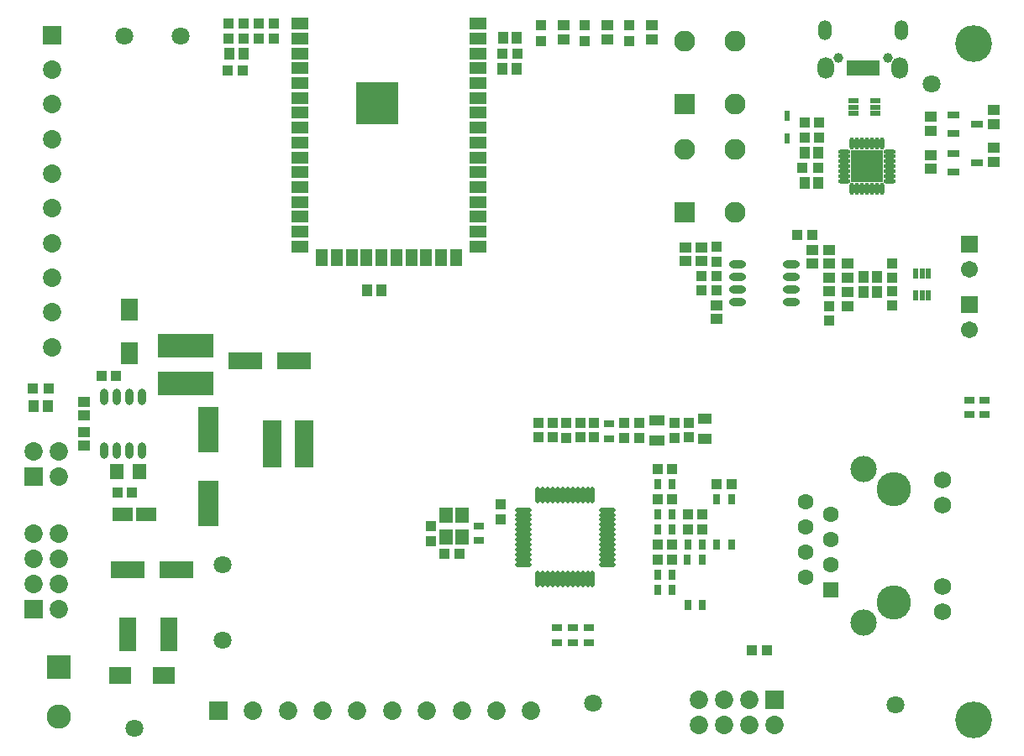
<source format=gts>
G04*
G04 #@! TF.GenerationSoftware,Altium Limited,Altium Designer,22.11.1 (43)*
G04*
G04 Layer_Color=8388736*
%FSLAX24Y24*%
%MOIN*%
G70*
G04*
G04 #@! TF.SameCoordinates,87D651DC-2D2C-43A3-A13A-F7E35A12DA3B*
G04*
G04*
G04 #@! TF.FilePolarity,Negative*
G04*
G01*
G75*
%ADD53R,0.1320X0.0710*%
%ADD54R,0.0690X0.1344*%
%ADD55C,0.0710*%
%ADD56R,0.0608X0.0395*%
%ADD57R,0.0237X0.0395*%
%ADD58R,0.0395X0.0454*%
%ADD59R,0.1655X0.1655*%
%ADD60R,0.0671X0.0474*%
%ADD61R,0.0474X0.0671*%
%ADD62R,0.0395X0.0395*%
%ADD63R,0.0257X0.0592*%
%ADD64R,0.0297X0.0434*%
%ADD65R,0.0434X0.0297*%
%ADD66R,0.0395X0.0395*%
%ADD67R,0.2245X0.0926*%
%ADD68R,0.0769X0.1852*%
%ADD69R,0.0789X0.1812*%
%ADD70R,0.0848X0.0572*%
%ADD71R,0.0572X0.0395*%
%ADD72O,0.0316X0.0651*%
%ADD73R,0.0454X0.0395*%
%ADD74O,0.0671X0.0316*%
%ADD75O,0.0651X0.0198*%
%ADD76O,0.0198X0.0651*%
%ADD77R,0.0474X0.0316*%
%ADD78R,0.0690X0.0907*%
%ADD79R,0.0580X0.0630*%
%ADD80R,0.0907X0.0690*%
%ADD81O,0.0493X0.0178*%
%ADD82O,0.0178X0.0493*%
%ADD83R,0.1312X0.1312*%
%ADD84R,0.0395X0.0237*%
%ADD85R,0.0533X0.0631*%
%ADD86C,0.0730*%
%ADD87R,0.0730X0.0730*%
%ADD88R,0.0630X0.0630*%
%ADD89C,0.0630*%
%ADD90C,0.0682*%
%ADD91C,0.1360*%
%ADD92C,0.1043*%
%ADD93R,0.0966X0.0966*%
%ADD94C,0.0966*%
%ADD95R,0.0730X0.0730*%
%ADD96O,0.0651X0.0867*%
%ADD97O,0.0533X0.0789*%
%ADD98C,0.0395*%
%ADD99C,0.1460*%
%ADD100C,0.0830*%
%ADD101R,0.0830X0.0830*%
%ADD102R,0.0671X0.0671*%
%ADD103C,0.0671*%
%ADD104C,0.0277*%
D53*
X14585Y27900D02*
D03*
X16515D02*
D03*
X19250Y36200D02*
D03*
X21179D02*
D03*
D54*
X16227Y25350D02*
D03*
X14573D02*
D03*
D55*
X14850Y21600D02*
D03*
X14450Y49100D02*
D03*
X16700D02*
D03*
X18350Y25100D02*
D03*
X45050Y22550D02*
D03*
X18350Y28100D02*
D03*
X33050Y22600D02*
D03*
X46500Y47200D02*
D03*
D56*
X35600Y33854D02*
D03*
Y33043D02*
D03*
D57*
X45846Y39657D02*
D03*
X46102D02*
D03*
X46358D02*
D03*
Y38811D02*
D03*
X45846D02*
D03*
X46102D02*
D03*
X40767Y45932D02*
D03*
Y45026D02*
D03*
D58*
X24099Y39000D02*
D03*
X24650D02*
D03*
X30026Y49050D02*
D03*
X29474D02*
D03*
X18624Y48400D02*
D03*
X19176D02*
D03*
X30001Y47800D02*
D03*
X29450D02*
D03*
X43777Y38934D02*
D03*
X44328D02*
D03*
X43777Y39534D02*
D03*
X44328D02*
D03*
X41441Y44479D02*
D03*
X41992D02*
D03*
X41441Y43279D02*
D03*
X41992D02*
D03*
X10849Y34398D02*
D03*
X11401D02*
D03*
D59*
X24478Y46426D02*
D03*
D60*
X28493Y49600D02*
D03*
X21407Y49600D02*
D03*
Y49009D02*
D03*
Y48419D02*
D03*
Y47828D02*
D03*
Y47238D02*
D03*
Y46647D02*
D03*
Y46057D02*
D03*
Y45466D02*
D03*
Y44876D02*
D03*
Y44285D02*
D03*
Y43694D02*
D03*
Y43104D02*
D03*
Y42513D02*
D03*
Y41923D02*
D03*
Y41332D02*
D03*
Y40742D02*
D03*
X28493Y49009D02*
D03*
Y48419D02*
D03*
Y47828D02*
D03*
Y47238D02*
D03*
Y46647D02*
D03*
Y46057D02*
D03*
Y45466D02*
D03*
Y44876D02*
D03*
Y44285D02*
D03*
Y43694D02*
D03*
Y43104D02*
D03*
Y42513D02*
D03*
Y41923D02*
D03*
Y41332D02*
D03*
Y40742D02*
D03*
D61*
X22293Y40300D02*
D03*
X22883D02*
D03*
X23474D02*
D03*
X24064D02*
D03*
X27607D02*
D03*
X27017D02*
D03*
X26426D02*
D03*
X25836D02*
D03*
X25245D02*
D03*
X24655D02*
D03*
D62*
X37959Y31300D02*
D03*
X38550D02*
D03*
X37395Y29500D02*
D03*
X36805D02*
D03*
X36195Y31900D02*
D03*
X35605D02*
D03*
X36195Y28300D02*
D03*
X35605D02*
D03*
X39359Y24700D02*
D03*
X39950D02*
D03*
X18535Y47750D02*
D03*
X19165D02*
D03*
X30041Y48400D02*
D03*
X29450D02*
D03*
X41155Y41200D02*
D03*
X41745D02*
D03*
X36195Y28900D02*
D03*
X35605D02*
D03*
X36195Y30700D02*
D03*
X35605D02*
D03*
X37395Y30100D02*
D03*
X36805D02*
D03*
X27163Y28550D02*
D03*
X27754D02*
D03*
X41992Y43879D02*
D03*
X41362D02*
D03*
X14130Y35600D02*
D03*
X13540D02*
D03*
X14764Y30969D02*
D03*
X14173D02*
D03*
X10820Y35100D02*
D03*
X11450D02*
D03*
D63*
X43255Y47837D02*
D03*
X43511D02*
D03*
X43767D02*
D03*
X44023D02*
D03*
X44279D02*
D03*
D64*
X35609Y30100D02*
D03*
X36200D02*
D03*
X35605Y29500D02*
D03*
X36195D02*
D03*
X36805Y28900D02*
D03*
X37395D02*
D03*
X35609Y27700D02*
D03*
X36200D02*
D03*
X35609Y27100D02*
D03*
X36200D02*
D03*
X36195Y31300D02*
D03*
X35605D02*
D03*
X38545Y30700D02*
D03*
X37955D02*
D03*
X38541Y28900D02*
D03*
X37950D02*
D03*
X37391Y28300D02*
D03*
X36800D02*
D03*
X37395Y26500D02*
D03*
X36805D02*
D03*
D65*
X32883Y25589D02*
D03*
Y24998D02*
D03*
X32249Y25589D02*
D03*
Y24998D02*
D03*
X31614Y25589D02*
D03*
Y24998D02*
D03*
X28509Y29645D02*
D03*
Y29055D02*
D03*
X33700Y33100D02*
D03*
Y33691D02*
D03*
X48600Y34645D02*
D03*
Y34055D02*
D03*
X48000D02*
D03*
Y34645D02*
D03*
D66*
X32550Y33745D02*
D03*
Y33155D02*
D03*
X32000Y33741D02*
D03*
Y33150D02*
D03*
X30900Y33155D02*
D03*
Y33745D02*
D03*
X29400Y30495D02*
D03*
Y29905D02*
D03*
X20400Y49595D02*
D03*
Y49005D02*
D03*
X18600Y49595D02*
D03*
Y49005D02*
D03*
X19200Y49595D02*
D03*
Y49005D02*
D03*
X19800Y49595D02*
D03*
Y49005D02*
D03*
X37952Y39579D02*
D03*
Y38989D02*
D03*
X37352Y39579D02*
D03*
Y38989D02*
D03*
X42402Y37789D02*
D03*
Y38379D02*
D03*
X44902Y38394D02*
D03*
Y38984D02*
D03*
X37952Y40729D02*
D03*
Y40139D02*
D03*
X44902Y40079D02*
D03*
Y39489D02*
D03*
X33100Y33155D02*
D03*
Y33745D02*
D03*
X36850D02*
D03*
Y33155D02*
D03*
X26609Y29050D02*
D03*
Y29641D02*
D03*
X36300Y33736D02*
D03*
Y33145D02*
D03*
X34900Y33741D02*
D03*
Y33150D02*
D03*
X34300Y33741D02*
D03*
Y33150D02*
D03*
X31450Y33745D02*
D03*
Y33155D02*
D03*
X30994Y49532D02*
D03*
Y48902D02*
D03*
X32732Y49532D02*
D03*
Y48902D02*
D03*
X34470Y49532D02*
D03*
Y48902D02*
D03*
X42017Y45670D02*
D03*
Y45079D02*
D03*
X41467Y45670D02*
D03*
Y45079D02*
D03*
D67*
X16900Y36808D02*
D03*
Y35292D02*
D03*
D68*
X21590Y32900D02*
D03*
X20310D02*
D03*
D69*
X17800Y33457D02*
D03*
Y30543D02*
D03*
D70*
X14368Y30100D02*
D03*
X15332D02*
D03*
D71*
X37500Y33894D02*
D03*
Y33106D02*
D03*
D72*
X13635Y32627D02*
D03*
X14135D02*
D03*
X14635D02*
D03*
X15135D02*
D03*
X13635Y34773D02*
D03*
X14135D02*
D03*
X14635D02*
D03*
X15135D02*
D03*
D73*
X36702Y40710D02*
D03*
Y40159D02*
D03*
X37352Y40710D02*
D03*
Y40159D02*
D03*
X37952Y37859D02*
D03*
Y38410D02*
D03*
X41752Y40059D02*
D03*
Y40610D02*
D03*
X43152Y38934D02*
D03*
Y38383D02*
D03*
Y40060D02*
D03*
Y39509D02*
D03*
X42402Y40059D02*
D03*
Y40610D02*
D03*
Y38959D02*
D03*
Y39510D02*
D03*
X48967Y45603D02*
D03*
Y46155D02*
D03*
Y44103D02*
D03*
Y44655D02*
D03*
X46467Y45353D02*
D03*
Y45905D02*
D03*
Y43829D02*
D03*
Y44380D02*
D03*
X31893Y48981D02*
D03*
Y49533D02*
D03*
X33631Y48981D02*
D03*
Y49533D02*
D03*
X35369Y48981D02*
D03*
Y49533D02*
D03*
X12850Y32824D02*
D03*
Y33376D02*
D03*
Y34024D02*
D03*
Y34576D02*
D03*
D74*
X38789Y39534D02*
D03*
Y40034D02*
D03*
Y39034D02*
D03*
Y38534D02*
D03*
X40915Y40034D02*
D03*
Y39534D02*
D03*
Y39034D02*
D03*
Y38534D02*
D03*
D75*
X33613Y28117D02*
D03*
Y28314D02*
D03*
Y28511D02*
D03*
Y28708D02*
D03*
Y28905D02*
D03*
Y29102D02*
D03*
Y29298D02*
D03*
Y29495D02*
D03*
Y29692D02*
D03*
Y29889D02*
D03*
Y30086D02*
D03*
Y30283D02*
D03*
X30287D02*
D03*
Y30086D02*
D03*
Y29889D02*
D03*
Y29692D02*
D03*
Y29495D02*
D03*
Y29298D02*
D03*
Y29102D02*
D03*
Y28905D02*
D03*
Y28708D02*
D03*
Y28511D02*
D03*
Y28314D02*
D03*
Y28117D02*
D03*
D76*
X33033Y30863D02*
D03*
X32836D02*
D03*
X32639D02*
D03*
X32442D02*
D03*
X32245D02*
D03*
X32048D02*
D03*
X31852D02*
D03*
X31655D02*
D03*
X31458D02*
D03*
X31261D02*
D03*
X31064D02*
D03*
X30867D02*
D03*
Y27537D02*
D03*
X31064D02*
D03*
X31261D02*
D03*
X31458D02*
D03*
X31655D02*
D03*
X31852D02*
D03*
X32048D02*
D03*
X32245D02*
D03*
X32442D02*
D03*
X32639D02*
D03*
X32836D02*
D03*
X33033D02*
D03*
D77*
X48299Y45599D02*
D03*
X47354Y45225D02*
D03*
Y45973D02*
D03*
X48289Y44079D02*
D03*
X47344Y43705D02*
D03*
Y44453D02*
D03*
D78*
X14650Y38232D02*
D03*
Y36500D02*
D03*
D79*
X15035Y31800D02*
D03*
X14135D02*
D03*
D80*
X16016Y23700D02*
D03*
X14284D02*
D03*
D81*
X44826Y44520D02*
D03*
Y44323D02*
D03*
Y44126D02*
D03*
Y43929D02*
D03*
Y43732D02*
D03*
Y43535D02*
D03*
Y43338D02*
D03*
X43014D02*
D03*
Y43535D02*
D03*
Y43732D02*
D03*
Y43929D02*
D03*
Y44126D02*
D03*
Y44323D02*
D03*
Y44520D02*
D03*
D82*
X44511Y43023D02*
D03*
X44314D02*
D03*
X44117D02*
D03*
X43920D02*
D03*
X43723D02*
D03*
X43526D02*
D03*
X43329D02*
D03*
Y44834D02*
D03*
X43526D02*
D03*
X43723D02*
D03*
X43920D02*
D03*
X44314D02*
D03*
X44511D02*
D03*
X44117D02*
D03*
D83*
X43920Y43929D02*
D03*
D84*
X44240Y46535D02*
D03*
Y46279D02*
D03*
Y46023D02*
D03*
X43394D02*
D03*
Y46535D02*
D03*
Y46279D02*
D03*
D85*
X27232Y29205D02*
D03*
X27862Y30071D02*
D03*
Y29205D02*
D03*
X27232Y30071D02*
D03*
D86*
X11600Y40878D02*
D03*
Y42256D02*
D03*
Y45012D02*
D03*
Y46390D02*
D03*
Y47768D02*
D03*
Y43634D02*
D03*
Y39500D02*
D03*
Y38122D02*
D03*
Y36744D02*
D03*
X11850Y32600D02*
D03*
X10850D02*
D03*
X11850Y31600D02*
D03*
Y27350D02*
D03*
X10850D02*
D03*
X11850Y26350D02*
D03*
X10850Y28350D02*
D03*
Y29350D02*
D03*
X11850Y28350D02*
D03*
Y29350D02*
D03*
X37250Y21750D02*
D03*
X38250D02*
D03*
X37250Y22750D02*
D03*
X38250D02*
D03*
X40250Y21750D02*
D03*
X39250Y22750D02*
D03*
Y21750D02*
D03*
X26456Y22300D02*
D03*
X25078D02*
D03*
X22322D02*
D03*
X20944D02*
D03*
X19566D02*
D03*
X23700D02*
D03*
X27834D02*
D03*
X29212D02*
D03*
X30590D02*
D03*
D87*
X11600Y49146D02*
D03*
X10850Y31600D02*
D03*
Y26350D02*
D03*
D88*
X42500Y27098D02*
D03*
D89*
X41500Y27598D02*
D03*
X42500Y28098D02*
D03*
X41500Y28598D02*
D03*
X42500Y29098D02*
D03*
X41500Y29598D02*
D03*
X42500Y30098D02*
D03*
X41500Y30598D02*
D03*
D90*
X46929Y26242D02*
D03*
Y27242D02*
D03*
Y31458D02*
D03*
Y30458D02*
D03*
D91*
X45000Y31100D02*
D03*
Y26600D02*
D03*
D92*
X43799Y31899D02*
D03*
Y25801D02*
D03*
D93*
X11850Y24034D02*
D03*
D94*
Y22066D02*
D03*
D95*
X40250Y22750D02*
D03*
X18188Y22300D02*
D03*
D96*
X45233Y47837D02*
D03*
X42300D02*
D03*
D97*
X45292Y49333D02*
D03*
X42241D02*
D03*
D98*
X42783Y48251D02*
D03*
X44751D02*
D03*
D99*
X48150Y21950D02*
D03*
Y48800D02*
D03*
D100*
X38700Y46400D02*
D03*
X36700Y48900D02*
D03*
X38700D02*
D03*
Y42100D02*
D03*
X36700Y44600D02*
D03*
X38700D02*
D03*
D101*
X36700Y46400D02*
D03*
Y42100D02*
D03*
D102*
X47984Y38434D02*
D03*
Y40834D02*
D03*
D103*
Y37434D02*
D03*
Y39834D02*
D03*
D104*
X44353Y43496D02*
D03*
X43487D02*
D03*
X44353Y44362D02*
D03*
Y43929D02*
D03*
X43487Y44362D02*
D03*
Y43929D02*
D03*
X43920Y43496D02*
D03*
Y44362D02*
D03*
Y43929D02*
D03*
M02*

</source>
